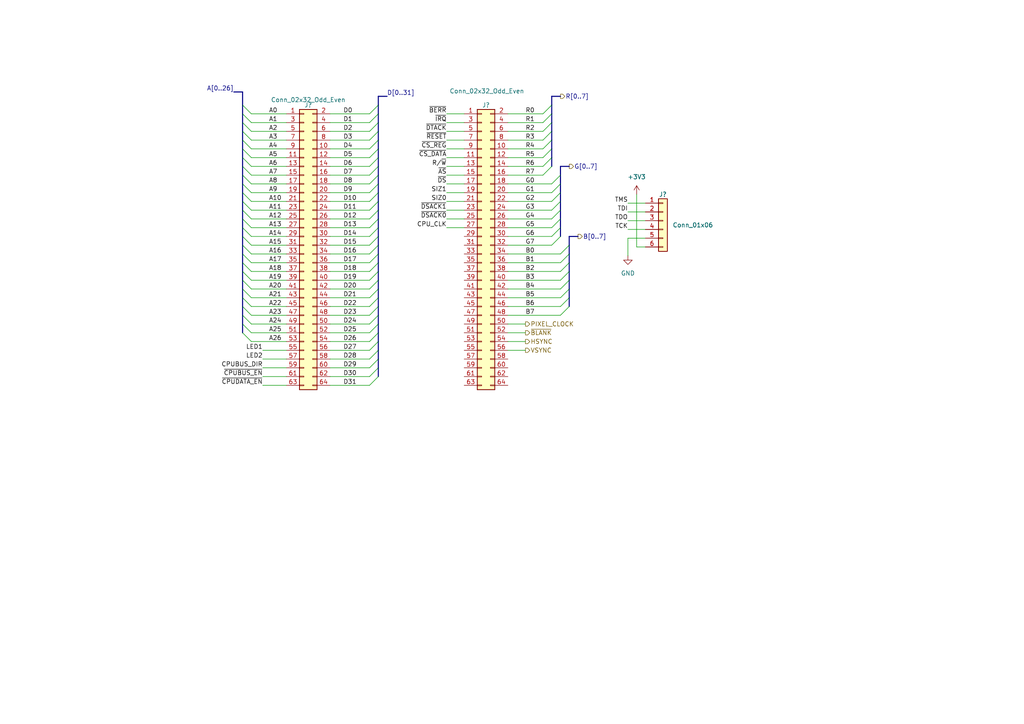
<source format=kicad_sch>
(kicad_sch (version 20211123) (generator eeschema)
  (paper "A4")
  (lib_symbols
    (symbol "Connector_Generic:Conn_01x06" (pin_names (offset 1.016) hide)
      (property "Reference" "J" (at 0 7.62 0))
      (property "Value" "Conn_01x06" (at 0 -10.16 0))
      (symbol "Conn_01x06_1_1"
        (rectangle (start -1.27 -7.493) (end 0 -7.747) (stroke (width 0.1524)))
        (rectangle (start -1.27 -4.953) (end 0 -5.207) (stroke (width 0.1524)))
        (rectangle (start -1.27 -2.413) (end 0 -2.667) (stroke (width 0.1524)))
        (rectangle (start -1.27 0.127) (end 0 -0.127) (stroke (width 0.1524)))
        (rectangle (start -1.27 2.667) (end 0 2.413) (stroke (width 0.1524)))
        (rectangle (start -1.27 5.207) (end 0 4.953) (stroke (width 0.1524)))
        (rectangle (start -1.27 6.35) (end 1.27 -8.89) (stroke (width 0.254)) (fill (type background)))
        (pin passive line (at -5.08 5.08 0) (length 3.81) (name "Pin_1") (number "1"))
        (pin passive line (at -5.08 2.54 0) (length 3.81) (name "Pin_2") (number "2"))
        (pin passive line (at -5.08 0 0) (length 3.81) (name "Pin_3") (number "3"))
        (pin passive line (at -5.08 -2.54 0) (length 3.81) (name "Pin_4") (number "4"))
        (pin passive line (at -5.08 -5.08 0) (length 3.81) (name "Pin_5") (number "5"))
        (pin passive line (at -5.08 -7.62 0) (length 3.81) (name "Pin_6") (number "6"))
      )
    )
    (symbol "Connector_Generic:Conn_02x32_Odd_Even" (pin_names (offset 1.016) hide)
      (property "Reference" "J" (at 1.27 40.64 0))
      (property "Value" "Conn_02x32_Odd_Even" (at 1.27 -43.18 0))
      (symbol "Conn_02x32_Odd_Even_1_1"
        (rectangle (start -1.27 -40.513) (end 0 -40.767) (stroke (width 0.1524)))
        (rectangle (start -1.27 -37.973) (end 0 -38.227) (stroke (width 0.1524)))
        (rectangle (start -1.27 -35.433) (end 0 -35.687) (stroke (width 0.1524)))
        (rectangle (start -1.27 -32.893) (end 0 -33.147) (stroke (width 0.1524)))
        (rectangle (start -1.27 -30.353) (end 0 -30.607) (stroke (width 0.1524)))
        (rectangle (start -1.27 -27.813) (end 0 -28.067) (stroke (width 0.1524)))
        (rectangle (start -1.27 -25.273) (end 0 -25.527) (stroke (width 0.1524)))
        (rectangle (start -1.27 -22.733) (end 0 -22.987) (stroke (width 0.1524)))
        (rectangle (start -1.27 -20.193) (end 0 -20.447) (stroke (width 0.1524)))
        (rectangle (start -1.27 -17.653) (end 0 -17.907) (stroke (width 0.1524)))
        (rectangle (start -1.27 -15.113) (end 0 -15.367) (stroke (width 0.1524)))
        (rectangle (start -1.27 -12.573) (end 0 -12.827) (stroke (width 0.1524)))
        (rectangle (start -1.27 -10.033) (end 0 -10.287) (stroke (width 0.1524)))
        (rectangle (start -1.27 -7.493) (end 0 -7.747) (stroke (width 0.1524)))
        (rectangle (start -1.27 -4.953) (end 0 -5.207) (stroke (width 0.1524)))
        (rectangle (start -1.27 -2.413) (end 0 -2.667) (stroke (width 0.1524)))
        (rectangle (start -1.27 0.127) (end 0 -0.127) (stroke (width 0.1524)))
        (rectangle (start -1.27 2.667) (end 0 2.413) (stroke (width 0.1524)))
        (rectangle (start -1.27 5.207) (end 0 4.953) (stroke (width 0.1524)))
        (rectangle (start -1.27 7.747) (end 0 7.493) (stroke (width 0.1524)))
        (rectangle (start -1.27 10.287) (end 0 10.033) (stroke (width 0.1524)))
        (rectangle (start -1.27 12.827) (end 0 12.573) (stroke (width 0.1524)))
        (rectangle (start -1.27 15.367) (end 0 15.113) (stroke (width 0.1524)))
        (rectangle (start -1.27 17.907) (end 0 17.653) (stroke (width 0.1524)))
        (rectangle (start -1.27 20.447) (end 0 20.193) (stroke (width 0.1524)))
        (rectangle (start -1.27 22.987) (end 0 22.733) (stroke (width 0.1524)))
        (rectangle (start -1.27 25.527) (end 0 25.273) (stroke (width 0.1524)))
        (rectangle (start -1.27 28.067) (end 0 27.813) (stroke (width 0.1524)))
        (rectangle (start -1.27 30.607) (end 0 30.353) (stroke (width 0.1524)))
        (rectangle (start -1.27 33.147) (end 0 32.893) (stroke (width 0.1524)))
        (rectangle (start -1.27 35.687) (end 0 35.433) (stroke (width 0.1524)))
        (rectangle (start -1.27 38.227) (end 0 37.973) (stroke (width 0.1524)))
        (rectangle (start -1.27 39.37) (end 3.81 -41.91) (stroke (width 0.254)) (fill (type background)))
        (rectangle (start 3.81 -40.513) (end 2.54 -40.767) (stroke (width 0.1524)))
        (rectangle (start 3.81 -37.973) (end 2.54 -38.227) (stroke (width 0.1524)))
        (rectangle (start 3.81 -35.433) (end 2.54 -35.687) (stroke (width 0.1524)))
        (rectangle (start 3.81 -32.893) (end 2.54 -33.147) (stroke (width 0.1524)))
        (rectangle (start 3.81 -30.353) (end 2.54 -30.607) (stroke (width 0.1524)))
        (rectangle (start 3.81 -27.813) (end 2.54 -28.067) (stroke (width 0.1524)))
        (rectangle (start 3.81 -25.273) (end 2.54 -25.527) (stroke (width 0.1524)))
        (rectangle (start 3.81 -22.733) (end 2.54 -22.987) (stroke (width 0.1524)))
        (rectangle (start 3.81 -20.193) (end 2.54 -20.447) (stroke (width 0.1524)))
        (rectangle (start 3.81 -17.653) (end 2.54 -17.907) (stroke (width 0.1524)))
        (rectangle (start 3.81 -15.113) (end 2.54 -15.367) (stroke (width 0.1524)))
        (rectangle (start 3.81 -12.573) (end 2.54 -12.827) (stroke (width 0.1524)))
        (rectangle (start 3.81 -10.033) (end 2.54 -10.287) (stroke (width 0.1524)))
        (rectangle (start 3.81 -7.493) (end 2.54 -7.747) (stroke (width 0.1524)))
        (rectangle (start 3.81 -4.953) (end 2.54 -5.207) (stroke (width 0.1524)))
        (rectangle (start 3.81 -2.413) (end 2.54 -2.667) (stroke (width 0.1524)))
        (rectangle (start 3.81 0.127) (end 2.54 -0.127) (stroke (width 0.1524)))
        (rectangle (start 3.81 2.667) (end 2.54 2.413) (stroke (width 0.1524)))
        (rectangle (start 3.81 5.207) (end 2.54 4.953) (stroke (width 0.1524)))
        (rectangle (start 3.81 7.747) (end 2.54 7.493) (stroke (width 0.1524)))
        (rectangle (start 3.81 10.287) (end 2.54 10.033) (stroke (width 0.1524)))
        (rectangle (start 3.81 12.827) (end 2.54 12.573) (stroke (width 0.1524)))
        (rectangle (start 3.81 15.367) (end 2.54 15.113) (stroke (width 0.1524)))
        (rectangle (start 3.81 17.907) (end 2.54 17.653) (stroke (width 0.1524)))
        (rectangle (start 3.81 20.447) (end 2.54 20.193) (stroke (width 0.1524)))
        (rectangle (start 3.81 22.987) (end 2.54 22.733) (stroke (width 0.1524)))
        (rectangle (start 3.81 25.527) (end 2.54 25.273) (stroke (width 0.1524)))
        (rectangle (start 3.81 28.067) (end 2.54 27.813) (stroke (width 0.1524)))
        (rectangle (start 3.81 30.607) (end 2.54 30.353) (stroke (width 0.1524)))
        (rectangle (start 3.81 33.147) (end 2.54 32.893) (stroke (width 0.1524)))
        (rectangle (start 3.81 35.687) (end 2.54 35.433) (stroke (width 0.1524)))
        (rectangle (start 3.81 38.227) (end 2.54 37.973) (stroke (width 0.1524)))
        (pin passive line (at -5.08 38.1 0) (length 3.81) (name "Pin_1") (number "1"))
        (pin passive line (at 7.62 27.94 180) (length 3.81) (name "Pin_10") (number "10"))
        (pin passive line (at -5.08 25.4 0) (length 3.81) (name "Pin_11") (number "11"))
        (pin passive line (at 7.62 25.4 180) (length 3.81) (name "Pin_12") (number "12"))
        (pin passive line (at -5.08 22.86 0) (length 3.81) (name "Pin_13") (number "13"))
        (pin passive line (at 7.62 22.86 180) (length 3.81) (name "Pin_14") (number "14"))
        (pin passive line (at -5.08 20.32 0) (length 3.81) (name "Pin_15") (number "15"))
        (pin passive line (at 7.62 20.32 180) (length 3.81) (name "Pin_16") (number "16"))
        (pin passive line (at -5.08 17.78 0) (length 3.81) (name "Pin_17") (number "17"))
        (pin passive line (at 7.62 17.78 180) (length 3.81) (name "Pin_18") (number "18"))
        (pin passive line (at -5.08 15.24 0) (length 3.81) (name "Pin_19") (number "19"))
        (pin passive line (at 7.62 38.1 180) (length 3.81) (name "Pin_2") (number "2"))
        (pin passive line (at 7.62 15.24 180) (length 3.81) (name "Pin_20") (number "20"))
        (pin passive line (at -5.08 12.7 0) (length 3.81) (name "Pin_21") (number "21"))
        (pin passive line (at 7.62 12.7 180) (length 3.81) (name "Pin_22") (number "22"))
        (pin passive line (at -5.08 10.16 0) (length 3.81) (name "Pin_23") (number "23"))
        (pin passive line (at 7.62 10.16 180) (length 3.81) (name "Pin_24") (number "24"))
        (pin passive line (at -5.08 7.62 0) (length 3.81) (name "Pin_25") (number "25"))
        (pin passive line (at 7.62 7.62 180) (length 3.81) (name "Pin_26") (number "26"))
        (pin passive line (at -5.08 5.08 0) (length 3.81) (name "Pin_27") (number "27"))
        (pin passive line (at 7.62 5.08 180) (length 3.81) (name "Pin_28") (number "28"))
        (pin passive line (at -5.08 2.54 0) (length 3.81) (name "Pin_29") (number "29"))
        (pin passive line (at -5.08 35.56 0) (length 3.81) (name "Pin_3") (number "3"))
        (pin passive line (at 7.62 2.54 180) (length 3.81) (name "Pin_30") (number "30"))
        (pin passive line (at -5.08 0 0) (length 3.81) (name "Pin_31") (number "31"))
        (pin passive line (at 7.62 0 180) (length 3.81) (name "Pin_32") (number "32"))
        (pin passive line (at -5.08 -2.54 0) (length 3.81) (name "Pin_33") (number "33"))
        (pin passive line (at 7.62 -2.54 180) (length 3.81) (name "Pin_34") (number "34"))
        (pin passive line (at -5.08 -5.08 0) (length 3.81) (name "Pin_35") (number "35"))
        (pin passive line (at 7.62 -5.08 180) (length 3.81) (name "Pin_36") (number "36"))
        (pin passive line (at -5.08 -7.62 0) (length 3.81) (name "Pin_37") (number "37"))
        (pin passive line (at 7.62 -7.62 180) (length 3.81) (name "Pin_38") (number "38"))
        (pin passive line (at -5.08 -10.16 0) (length 3.81) (name "Pin_39") (number "39"))
        (pin passive line (at 7.62 35.56 180) (length 3.81) (name "Pin_4") (number "4"))
        (pin passive line (at 7.62 -10.16 180) (length 3.81) (name "Pin_40") (number "40"))
        (pin passive line (at -5.08 -12.7 0) (length 3.81) (name "Pin_41") (number "41"))
        (pin passive line (at 7.62 -12.7 180) (length 3.81) (name "Pin_42") (number "42"))
        (pin passive line (at -5.08 -15.24 0) (length 3.81) (name "Pin_43") (number "43"))
        (pin passive line (at 7.62 -15.24 180) (length 3.81) (name "Pin_44") (number "44"))
        (pin passive line (at -5.08 -17.78 0) (length 3.81) (name "Pin_45") (number "45"))
        (pin passive line (at 7.62 -17.78 180) (length 3.81) (name "Pin_46") (number "46"))
        (pin passive line (at -5.08 -20.32 0) (length 3.81) (name "Pin_47") (number "47"))
        (pin passive line (at 7.62 -20.32 180) (length 3.81) (name "Pin_48") (number "48"))
        (pin passive line (at -5.08 -22.86 0) (length 3.81) (name "Pin_49") (number "49"))
        (pin passive line (at -5.08 33.02 0) (length 3.81) (name "Pin_5") (number "5"))
        (pin passive line (at 7.62 -22.86 180) (length 3.81) (name "Pin_50") (number "50"))
        (pin passive line (at -5.08 -25.4 0) (length 3.81) (name "Pin_51") (number "51"))
        (pin passive line (at 7.62 -25.4 180) (length 3.81) (name "Pin_52") (number "52"))
        (pin passive line (at -5.08 -27.94 0) (length 3.81) (name "Pin_53") (number "53"))
        (pin passive line (at 7.62 -27.94 180) (length 3.81) (name "Pin_54") (number "54"))
        (pin passive line (at -5.08 -30.48 0) (length 3.81) (name "Pin_55") (number "55"))
        (pin passive line (at 7.62 -30.48 180) (length 3.81) (name "Pin_56") (number "56"))
        (pin passive line (at -5.08 -33.02 0) (length 3.81) (name "Pin_57") (number "57"))
        (pin passive line (at 7.62 -33.02 180) (length 3.81) (name "Pin_58") (number "58"))
        (pin passive line (at -5.08 -35.56 0) (length 3.81) (name "Pin_59") (number "59"))
        (pin passive line (at 7.62 33.02 180) (length 3.81) (name "Pin_6") (number "6"))
        (pin passive line (at 7.62 -35.56 180) (length 3.81) (name "Pin_60") (number "60"))
        (pin passive line (at -5.08 -38.1 0) (length 3.81) (name "Pin_61") (number "61"))
        (pin passive line (at 7.62 -38.1 180) (length 3.81) (name "Pin_62") (number "62"))
        (pin passive line (at -5.08 -40.64 0) (length 3.81) (name "Pin_63") (number "63"))
        (pin passive line (at 7.62 -40.64 180) (length 3.81) (name "Pin_64") (number "64"))
        (pin passive line (at -5.08 30.48 0) (length 3.81) (name "Pin_7") (number "7"))
        (pin passive line (at 7.62 30.48 180) (length 3.81) (name "Pin_8") (number "8"))
        (pin passive line (at -5.08 27.94 0) (length 3.81) (name "Pin_9") (number "9"))
      )
    )
    (symbol "power:+3.3V" (power) (pin_names (offset 0))
      (property "Value" "+3.3V" (at 0 3.556 0))
      (symbol "+3.3V_0_1"
        (polyline (pts (xy -0.762 1.27) (xy 0 2.54)))
        (polyline (pts (xy 0 0) (xy 0 2.54)))
        (polyline (pts (xy 0 2.54) (xy 0.762 1.27)))
      )
      (symbol "+3.3V_1_1"
        (pin power_in line (at 0 0 90) (length 0) hide (name "+3V3") (number "1"))
      )
    )
    (symbol "power:GND" (power) (pin_names (offset 0))
      (property "Value" "GND" (at 0 -3.81 0))
      (symbol "GND_0_1"
        (polyline (pts (xy 0 0) (xy 0 -1.27) (xy 1.27 -1.27) (xy 0 -2.54) (xy -1.27 -1.27) (xy 0 -1.27)))
      )
      (symbol "GND_1_1"
        (pin power_in line (at 0 0 270) (length 0) hide (name "GND") (number "1"))
      )
    )
  )
  (bus_entry (at 70.358 86.36) (size 2.54 2.54))
  (bus_entry (at 109.728 63.5) (size -2.54 2.54))
  (bus_entry (at 109.728 71.12) (size -2.54 2.54))
  (bus_entry (at 165.1 83.82) (size -2.54 2.54))
  (bus_entry (at 162.56 58.42) (size -2.54 2.54))
  (bus_entry (at 162.56 68.58) (size -2.54 2.54))
  (bus_entry (at 70.358 91.44) (size 2.54 2.54))
  (bus_entry (at 109.728 45.72) (size -2.54 2.54))
  (bus_entry (at 165.1 88.9) (size -2.54 2.54))
  (bus_entry (at 160.02 48.26) (size -2.54 2.54))
  (bus_entry (at 70.358 73.66) (size 2.54 2.54))
  (bus_entry (at 70.358 53.34) (size 2.54 2.54))
  (bus_entry (at 70.358 63.5) (size 2.54 2.54))
  (bus_entry (at 109.728 93.98) (size -2.54 2.54))
  (bus_entry (at 70.358 60.96) (size 2.54 2.54))
  (bus_entry (at 109.728 66.04) (size -2.54 2.54))
  (bus_entry (at 109.728 43.18) (size -2.54 2.54))
  (bus_entry (at 160.02 45.72) (size -2.54 2.54))
  (bus_entry (at 70.358 48.26) (size 2.54 2.54))
  (bus_entry (at 160.02 38.1) (size -2.54 2.54))
  (bus_entry (at 109.728 40.64) (size -2.54 2.54))
  (bus_entry (at 109.728 99.06) (size -2.54 2.54))
  (bus_entry (at 109.728 48.26) (size -2.54 2.54))
  (bus_entry (at 165.1 78.74) (size -2.54 2.54))
  (bus_entry (at 70.358 40.64) (size 2.54 2.54))
  (bus_entry (at 109.728 55.88) (size -2.54 2.54))
  (bus_entry (at 70.358 81.28) (size 2.54 2.54))
  (bus_entry (at 70.358 50.8) (size 2.54 2.54))
  (bus_entry (at 109.728 78.74) (size -2.54 2.54))
  (bus_entry (at 109.728 86.36) (size -2.54 2.54))
  (bus_entry (at 162.56 50.8) (size -2.54 2.54))
  (bus_entry (at 162.56 66.04) (size -2.54 2.54))
  (bus_entry (at 109.728 35.56) (size -2.54 2.54))
  (bus_entry (at 109.728 101.6) (size -2.54 2.54))
  (bus_entry (at 109.728 58.42) (size -2.54 2.54))
  (bus_entry (at 160.02 40.64) (size -2.54 2.54))
  (bus_entry (at 109.728 50.8) (size -2.54 2.54))
  (bus_entry (at 109.728 68.58) (size -2.54 2.54))
  (bus_entry (at 160.02 43.18) (size -2.54 2.54))
  (bus_entry (at 109.728 96.52) (size -2.54 2.54))
  (bus_entry (at 109.728 38.1) (size -2.54 2.54))
  (bus_entry (at 70.358 30.48) (size 2.54 2.54))
  (bus_entry (at 70.358 71.12) (size 2.54 2.54))
  (bus_entry (at 109.728 73.66) (size -2.54 2.54))
  (bus_entry (at 109.728 109.22) (size -2.54 2.54))
  (bus_entry (at 162.56 63.5) (size -2.54 2.54))
  (bus_entry (at 70.358 68.58) (size 2.54 2.54))
  (bus_entry (at 165.1 71.12) (size -2.54 2.54))
  (bus_entry (at 109.728 53.34) (size -2.54 2.54))
  (bus_entry (at 109.728 104.14) (size -2.54 2.54))
  (bus_entry (at 70.358 66.04) (size 2.54 2.54))
  (bus_entry (at 70.358 43.18) (size 2.54 2.54))
  (bus_entry (at 162.56 60.96) (size -2.54 2.54))
  (bus_entry (at 70.358 96.52) (size 2.54 2.54))
  (bus_entry (at 109.728 76.2) (size -2.54 2.54))
  (bus_entry (at 160.02 30.48) (size -2.54 2.54))
  (bus_entry (at 70.358 33.02) (size 2.54 2.54))
  (bus_entry (at 165.1 81.28) (size -2.54 2.54))
  (bus_entry (at 70.358 88.9) (size 2.54 2.54))
  (bus_entry (at 109.728 81.28) (size -2.54 2.54))
  (bus_entry (at 109.728 60.96) (size -2.54 2.54))
  (bus_entry (at 109.728 33.02) (size -2.54 2.54))
  (bus_entry (at 162.56 55.88) (size -2.54 2.54))
  (bus_entry (at 162.56 53.34) (size -2.54 2.54))
  (bus_entry (at 165.1 76.2) (size -2.54 2.54))
  (bus_entry (at 165.1 86.36) (size -2.54 2.54))
  (bus_entry (at 165.1 73.66) (size -2.54 2.54))
  (bus_entry (at 70.358 93.98) (size 2.54 2.54))
  (bus_entry (at 109.728 91.44) (size -2.54 2.54))
  (bus_entry (at 160.02 35.56) (size -2.54 2.54))
  (bus_entry (at 70.358 83.82) (size 2.54 2.54))
  (bus_entry (at 70.358 38.1) (size 2.54 2.54))
  (bus_entry (at 70.358 78.74) (size 2.54 2.54))
  (bus_entry (at 109.728 88.9) (size -2.54 2.54))
  (bus_entry (at 70.358 55.88) (size 2.54 2.54))
  (bus_entry (at 109.728 106.68) (size -2.54 2.54))
  (bus_entry (at 70.358 45.72) (size 2.54 2.54))
  (bus_entry (at 70.358 58.42) (size 2.54 2.54))
  (bus_entry (at 70.358 35.56) (size 2.54 2.54))
  (bus_entry (at 109.728 30.48) (size -2.54 2.54))
  (bus_entry (at 160.02 33.02) (size -2.54 2.54))
  (bus_entry (at 109.728 83.82) (size -2.54 2.54))
  (bus_entry (at 70.358 76.2) (size 2.54 2.54))
  (wire (pts (xy 72.898 93.98) (xy 83.058 93.98)))
  (wire (pts (xy 72.898 86.36) (xy 83.058 86.36)))
  (bus (pts (xy 160.02 35.56) (xy 160.02 33.02)))
  (wire (pts (xy 147.32 66.04) (xy 160.02 66.04)))
  (wire (pts (xy 182.118 58.928) (xy 187.198 58.928)))
  (bus (pts (xy 162.56 53.34) (xy 162.56 50.8)))
  (wire (pts (xy 95.758 83.82) (xy 107.188 83.82)))
  (bus (pts (xy 109.728 68.58) (xy 109.728 66.04)))
  (wire (pts (xy 147.32 83.82) (xy 162.56 83.82)))
  (wire (pts (xy 129.54 45.72) (xy 134.62 45.72)))
  (bus (pts (xy 109.728 45.72) (xy 109.728 43.18)))
  (wire (pts (xy 129.54 40.64) (xy 134.62 40.64)))
  (wire (pts (xy 72.898 53.34) (xy 83.058 53.34)))
  (bus (pts (xy 70.358 83.82) (xy 70.358 81.28)))
  (wire (pts (xy 147.32 48.26) (xy 157.48 48.26)))
  (wire (pts (xy 147.32 43.18) (xy 157.48 43.18)))
  (bus (pts (xy 165.1 68.58) (xy 167.64 68.58)))
  (bus (pts (xy 70.358 86.36) (xy 70.358 83.82)))
  (bus (pts (xy 109.728 91.44) (xy 109.728 88.9)))
  (bus (pts (xy 70.358 76.2) (xy 70.358 73.66)))
  (bus (pts (xy 70.358 63.5) (xy 70.358 60.96)))
  (wire (pts (xy 72.898 83.82) (xy 83.058 83.82)))
  (bus (pts (xy 70.358 53.34) (xy 70.358 50.8)))
  (wire (pts (xy 129.54 48.26) (xy 134.62 48.26)))
  (bus (pts (xy 165.1 86.36) (xy 165.1 83.82)))
  (bus (pts (xy 70.358 35.56) (xy 70.358 33.02)))
  (wire (pts (xy 182.118 64.008) (xy 187.198 64.008)))
  (wire (pts (xy 147.32 38.1) (xy 157.48 38.1)))
  (wire (pts (xy 95.758 78.74) (xy 107.188 78.74)))
  (wire (pts (xy 95.758 50.8) (xy 107.188 50.8)))
  (wire (pts (xy 95.758 53.34) (xy 107.188 53.34)))
  (wire (pts (xy 182.118 61.468) (xy 187.198 61.468)))
  (bus (pts (xy 70.358 30.48) (xy 70.358 26.67)))
  (bus (pts (xy 109.728 50.8) (xy 109.728 48.26)))
  (wire (pts (xy 76.2 104.14) (xy 83.058 104.14)))
  (bus (pts (xy 67.818 26.67) (xy 70.358 26.67)))
  (wire (pts (xy 147.32 53.34) (xy 160.02 53.34)))
  (wire (pts (xy 72.898 66.04) (xy 83.058 66.04)))
  (wire (pts (xy 147.32 68.58) (xy 160.02 68.58)))
  (bus (pts (xy 70.358 71.12) (xy 70.358 68.58)))
  (wire (pts (xy 72.898 38.1) (xy 83.058 38.1)))
  (wire (pts (xy 95.758 109.22) (xy 107.188 109.22)))
  (bus (pts (xy 109.728 109.22) (xy 109.728 106.68)))
  (wire (pts (xy 95.758 104.14) (xy 107.188 104.14)))
  (wire (pts (xy 72.898 35.56) (xy 83.058 35.56)))
  (wire (pts (xy 147.32 81.28) (xy 162.56 81.28)))
  (bus (pts (xy 109.728 63.5) (xy 109.728 60.96)))
  (wire (pts (xy 76.2 111.76) (xy 83.058 111.76)))
  (bus (pts (xy 109.728 86.36) (xy 109.728 83.82)))
  (wire (pts (xy 95.758 96.52) (xy 107.188 96.52)))
  (wire (pts (xy 95.758 38.1) (xy 107.188 38.1)))
  (wire (pts (xy 76.2 106.68) (xy 83.058 106.68)))
  (wire (pts (xy 72.898 78.74) (xy 83.058 78.74)))
  (bus (pts (xy 109.728 83.82) (xy 109.728 81.28)))
  (bus (pts (xy 109.728 73.66) (xy 109.728 71.12)))
  (wire (pts (xy 147.32 35.56) (xy 157.48 35.56)))
  (wire (pts (xy 95.758 88.9) (xy 107.188 88.9)))
  (bus (pts (xy 162.56 48.26) (xy 165.1 48.26)))
  (bus (pts (xy 70.358 73.66) (xy 70.358 71.12)))
  (bus (pts (xy 165.1 81.28) (xy 165.1 78.74)))
  (bus (pts (xy 165.1 71.12) (xy 165.1 68.58)))
  (wire (pts (xy 129.54 53.34) (xy 134.62 53.34)))
  (wire (pts (xy 95.758 86.36) (xy 107.188 86.36)))
  (wire (pts (xy 147.32 33.02) (xy 157.48 33.02)))
  (bus (pts (xy 70.358 50.8) (xy 70.358 48.26)))
  (wire (pts (xy 147.32 93.98) (xy 152.4 93.98)))
  (wire (pts (xy 147.32 78.74) (xy 162.56 78.74)))
  (bus (pts (xy 70.358 55.88) (xy 70.358 53.34)))
  (bus (pts (xy 109.728 43.18) (xy 109.728 40.64)))
  (wire (pts (xy 129.54 33.02) (xy 134.62 33.02)))
  (wire (pts (xy 95.758 73.66) (xy 107.188 73.66)))
  (bus (pts (xy 70.358 33.02) (xy 70.358 30.48)))
  (bus (pts (xy 109.728 78.74) (xy 109.728 76.2)))
  (bus (pts (xy 162.56 60.96) (xy 162.56 58.42)))
  (wire (pts (xy 95.758 106.68) (xy 107.188 106.68)))
  (bus (pts (xy 109.728 96.52) (xy 109.728 93.98)))
  (bus (pts (xy 109.728 55.88) (xy 109.728 53.34)))
  (wire (pts (xy 72.898 50.8) (xy 83.058 50.8)))
  (wire (pts (xy 72.898 73.66) (xy 83.058 73.66)))
  (wire (pts (xy 95.758 58.42) (xy 107.188 58.42)))
  (bus (pts (xy 70.358 43.18) (xy 70.358 40.64)))
  (bus (pts (xy 70.358 60.96) (xy 70.358 58.42)))
  (wire (pts (xy 129.54 35.56) (xy 134.62 35.56)))
  (wire (pts (xy 147.32 76.2) (xy 162.56 76.2)))
  (wire (pts (xy 147.32 55.88) (xy 160.02 55.88)))
  (bus (pts (xy 165.1 73.66) (xy 165.1 71.12)))
  (bus (pts (xy 109.728 60.96) (xy 109.728 58.42)))
  (wire (pts (xy 95.758 55.88) (xy 107.188 55.88)))
  (wire (pts (xy 72.898 55.88) (xy 83.058 55.88)))
  (bus (pts (xy 109.728 106.68) (xy 109.728 104.14)))
  (bus (pts (xy 109.728 93.98) (xy 109.728 91.44)))
  (wire (pts (xy 76.2 101.6) (xy 83.058 101.6)))
  (wire (pts (xy 147.32 99.06) (xy 152.4 99.06)))
  (bus (pts (xy 70.358 68.58) (xy 70.358 66.04)))
  (wire (pts (xy 129.54 63.5) (xy 134.62 63.5)))
  (wire (pts (xy 95.758 33.02) (xy 107.188 33.02)))
  (bus (pts (xy 109.728 53.34) (xy 109.728 50.8)))
  (bus (pts (xy 109.728 27.94) (xy 112.268 27.94)))
  (wire (pts (xy 72.898 76.2) (xy 83.058 76.2)))
  (wire (pts (xy 95.758 48.26) (xy 107.188 48.26)))
  (wire (pts (xy 187.198 71.628) (xy 184.658 71.628)))
  (bus (pts (xy 165.1 76.2) (xy 165.1 73.66)))
  (wire (pts (xy 147.32 63.5) (xy 160.02 63.5)))
  (wire (pts (xy 72.898 96.52) (xy 83.058 96.52)))
  (wire (pts (xy 72.898 48.26) (xy 83.058 48.26)))
  (wire (pts (xy 129.54 38.1) (xy 134.62 38.1)))
  (bus (pts (xy 109.728 104.14) (xy 109.728 101.6)))
  (wire (pts (xy 95.758 99.06) (xy 107.188 99.06)))
  (wire (pts (xy 72.898 63.5) (xy 83.058 63.5)))
  (wire (pts (xy 147.32 91.44) (xy 162.56 91.44)))
  (wire (pts (xy 129.54 50.8) (xy 134.62 50.8)))
  (bus (pts (xy 70.358 38.1) (xy 70.358 35.56)))
  (wire (pts (xy 95.758 63.5) (xy 107.188 63.5)))
  (wire (pts (xy 129.54 43.18) (xy 134.62 43.18)))
  (wire (pts (xy 95.758 60.96) (xy 107.188 60.96)))
  (bus (pts (xy 165.1 83.82) (xy 165.1 81.28)))
  (bus (pts (xy 109.728 35.56) (xy 109.728 33.02)))
  (wire (pts (xy 72.898 99.06) (xy 83.058 99.06)))
  (wire (pts (xy 72.898 88.9) (xy 83.058 88.9)))
  (wire (pts (xy 129.54 60.96) (xy 134.62 60.96)))
  (wire (pts (xy 147.32 60.96) (xy 160.02 60.96)))
  (wire (pts (xy 72.898 58.42) (xy 83.058 58.42)))
  (bus (pts (xy 109.728 40.64) (xy 109.728 38.1)))
  (wire (pts (xy 72.898 71.12) (xy 83.058 71.12)))
  (bus (pts (xy 162.56 58.42) (xy 162.56 55.88)))
  (wire (pts (xy 147.32 73.66) (xy 162.56 73.66)))
  (wire (pts (xy 182.118 66.548) (xy 187.198 66.548)))
  (bus (pts (xy 70.358 93.98) (xy 70.358 91.44)))
  (bus (pts (xy 109.728 30.48) (xy 109.728 27.94)))
  (bus (pts (xy 109.728 48.26) (xy 109.728 45.72)))
  (wire (pts (xy 95.758 66.04) (xy 107.188 66.04)))
  (bus (pts (xy 70.358 40.64) (xy 70.358 38.1)))
  (wire (pts (xy 72.898 45.72) (xy 83.058 45.72)))
  (wire (pts (xy 95.758 45.72) (xy 107.188 45.72)))
  (bus (pts (xy 162.56 55.88) (xy 162.56 53.34)))
  (wire (pts (xy 182.118 69.088) (xy 182.118 74.168)))
  (bus (pts (xy 109.728 71.12) (xy 109.728 68.58)))
  (bus (pts (xy 109.728 33.02) (xy 109.728 30.48)))
  (wire (pts (xy 95.758 35.56) (xy 107.188 35.56)))
  (wire (pts (xy 187.198 69.088) (xy 182.118 69.088)))
  (wire (pts (xy 76.2 109.22) (xy 83.058 109.22)))
  (wire (pts (xy 147.32 40.64) (xy 157.48 40.64)))
  (bus (pts (xy 109.728 81.28) (xy 109.728 78.74)))
  (wire (pts (xy 72.898 60.96) (xy 83.058 60.96)))
  (wire (pts (xy 147.32 96.52) (xy 152.4 96.52)))
  (bus (pts (xy 160.02 38.1) (xy 160.02 35.56)))
  (wire (pts (xy 95.758 71.12) (xy 107.188 71.12)))
  (wire (pts (xy 72.898 33.02) (xy 83.058 33.02)))
  (wire (pts (xy 95.758 91.44) (xy 107.188 91.44)))
  (wire (pts (xy 72.898 68.58) (xy 83.058 68.58)))
  (wire (pts (xy 147.32 86.36) (xy 162.56 86.36)))
  (bus (pts (xy 160.02 30.48) (xy 160.02 27.94)))
  (bus (pts (xy 70.358 58.42) (xy 70.358 55.88)))
  (wire (pts (xy 95.758 76.2) (xy 107.188 76.2)))
  (wire (pts (xy 129.54 66.04) (xy 134.62 66.04)))
  (bus (pts (xy 160.02 43.18) (xy 160.02 40.64)))
  (wire (pts (xy 72.898 81.28) (xy 83.058 81.28)))
  (bus (pts (xy 109.728 76.2) (xy 109.728 73.66)))
  (wire (pts (xy 72.898 91.44) (xy 83.058 91.44)))
  (wire (pts (xy 147.32 101.6) (xy 152.4 101.6)))
  (bus (pts (xy 109.728 88.9) (xy 109.728 86.36)))
  (wire (pts (xy 95.758 93.98) (xy 107.188 93.98)))
  (bus (pts (xy 70.358 45.72) (xy 70.358 43.18)))
  (bus (pts (xy 162.56 66.04) (xy 162.56 63.5)))
  (bus (pts (xy 70.358 78.74) (xy 70.358 76.2)))
  (bus (pts (xy 160.02 48.26) (xy 160.02 45.72)))
  (bus (pts (xy 109.728 99.06) (xy 109.728 96.52)))
  (wire (pts (xy 184.658 71.628) (xy 184.658 56.388)))
  (wire (pts (xy 95.758 68.58) (xy 107.188 68.58)))
  (wire (pts (xy 129.54 55.88) (xy 134.62 55.88)))
  (wire (pts (xy 95.758 101.6) (xy 107.188 101.6)))
  (wire (pts (xy 129.54 58.42) (xy 134.62 58.42)))
  (bus (pts (xy 70.358 96.52) (xy 70.358 93.98)))
  (bus (pts (xy 70.358 91.44) (xy 70.358 88.9)))
  (bus (pts (xy 162.56 63.5) (xy 162.56 60.96)))
  (bus (pts (xy 160.02 27.94) (xy 162.56 27.94)))
  (wire (pts (xy 147.32 45.72) (xy 157.48 45.72)))
  (bus (pts (xy 165.1 78.74) (xy 165.1 76.2)))
  (bus (pts (xy 70.358 88.9) (xy 70.358 86.36)))
  (bus (pts (xy 70.358 81.28) (xy 70.358 78.74)))
  (bus (pts (xy 162.56 66.04) (xy 162.56 68.58)))
  (bus (pts (xy 160.02 33.02) (xy 160.02 30.48)))
  (bus (pts (xy 165.1 88.9) (xy 165.1 86.36)))
  (wire (pts (xy 147.32 71.12) (xy 160.02 71.12)))
  (wire (pts (xy 72.898 40.64) (xy 83.058 40.64)))
  (wire (pts (xy 147.32 58.42) (xy 160.02 58.42)))
  (bus (pts (xy 162.56 50.8) (xy 162.56 48.26)))
  (bus (pts (xy 109.728 38.1) (xy 109.728 35.56)))
  (wire (pts (xy 95.758 111.76) (xy 107.188 111.76)))
  (bus (pts (xy 160.02 40.64) (xy 160.02 38.1)))
  (bus (pts (xy 109.728 58.42) (xy 109.728 55.88)))
  (wire (pts (xy 95.758 81.28) (xy 107.188 81.28)))
  (wire (pts (xy 147.32 88.9) (xy 162.56 88.9)))
  (wire (pts (xy 72.898 43.18) (xy 83.058 43.18)))
  (bus (pts (xy 109.728 66.04) (xy 109.728 63.5)))
  (wire (pts (xy 95.758 40.64) (xy 107.188 40.64)))
  (wire (pts (xy 95.758 43.18) (xy 107.188 43.18)))
  (bus (pts (xy 70.358 66.04) (xy 70.358 63.5)))
  (bus (pts (xy 109.728 101.6) (xy 109.728 99.06)))
  (bus (pts (xy 70.358 48.26) (xy 70.358 45.72)))
  (wire (pts (xy 147.32 50.8) (xy 157.48 50.8)))
  (bus (pts (xy 160.02 45.72) (xy 160.02 43.18)))
  (label "A13" (at 77.978 66.04 0))
  (label "LED1" (at 76.2 101.6 180))
  (label "D21" (at 99.568 86.36 0))
  (label "A5" (at 77.978 45.72 0))
  (label "~{CS_DATA}" (at 129.54 45.72 180))
  (label "R5" (at 152.4 45.72 0))
  (label "A14" (at 77.978 68.58 0))
  (label "TCK" (at 182.118 66.548 180))
  (label "D3" (at 99.568 40.64 0))
  (label "TDO" (at 182.118 64.008 180))
  (label "A6" (at 77.978 48.26 0))
  (label "D14" (at 99.568 68.58 0))
  (label "B1" (at 152.4 76.2 0))
  (label "A18" (at 77.978 78.74 0))
  (label "D[0..31]" (at 112.268 27.94 0))
  (label "TDI" (at 182.118 61.468 180))
  (label "G2" (at 152.4 58.42 0))
  (label "D4" (at 99.568 43.18 0))
  (label "D20" (at 99.568 83.82 0))
  (label "A21" (at 77.978 86.36 0))
  (label "D8" (at 99.568 53.34 0))
  (label "B5" (at 152.4 86.36 0))
  (label "~{BERR}" (at 129.54 33.02 180))
  (label "~{DTACK}" (at 129.54 38.1 180))
  (label "A10" (at 77.978 58.42 0))
  (label "R3" (at 152.4 40.64 0))
  (label "R6" (at 152.4 48.26 0))
  (label "D22" (at 99.568 88.9 0))
  (label "D1" (at 99.568 35.56 0))
  (label "D11" (at 99.568 60.96 0))
  (label "D10" (at 99.568 58.42 0))
  (label "A8" (at 77.978 53.34 0))
  (label "A12" (at 77.978 63.5 0))
  (label "~{RESET}" (at 129.54 40.64 180))
  (label "D28" (at 99.568 104.14 0))
  (label "D5" (at 99.568 45.72 0))
  (label "D31" (at 99.568 111.76 0))
  (label "D16" (at 99.568 73.66 0))
  (label "B3" (at 152.4 81.28 0))
  (label "~{CS_REG}" (at 129.54 43.18 180))
  (label "D2" (at 99.568 38.1 0))
  (label "D12" (at 99.568 63.5 0))
  (label "~{DSACK1}" (at 129.54 60.96 180))
  (label "B7" (at 152.4 91.44 0))
  (label "D15" (at 99.568 71.12 0))
  (label "D13" (at 99.568 66.04 0))
  (label "~{DS}" (at 129.54 53.34 180))
  (label "A3" (at 77.978 40.64 0))
  (label "A9" (at 77.978 55.88 0))
  (label "CPUBUS_DIR" (at 76.2 106.68 180))
  (label "~{CPUBUS_EN}" (at 76.2 109.22 180))
  (label "G4" (at 152.4 63.5 0))
  (label "D26" (at 99.568 99.06 0))
  (label "G5" (at 152.4 66.04 0))
  (label "D17" (at 99.568 76.2 0))
  (label "~{DSACK0}" (at 129.54 63.5 180))
  (label "R0" (at 152.4 33.02 0))
  (label "TMS" (at 182.118 58.928 180))
  (label "A24" (at 77.978 93.98 0))
  (label "CPU_CLK" (at 129.54 66.04 180))
  (label "B2" (at 152.4 78.74 0))
  (label "A7" (at 77.978 50.8 0))
  (label "A25" (at 77.978 96.52 0))
  (label "~{CPUDATA_EN}" (at 76.2 111.76 180))
  (label "A15" (at 77.978 71.12 0))
  (label "D19" (at 99.568 81.28 0))
  (label "~{IRQ}" (at 129.54 35.56 180))
  (label "R4" (at 152.4 43.18 0))
  (label "A20" (at 77.978 83.82 0))
  (label "D18" (at 99.568 78.74 0))
  (label "~{AS}" (at 129.54 50.8 180))
  (label "D23" (at 99.568 91.44 0))
  (label "D30" (at 99.568 109.22 0))
  (label "A22" (at 77.978 88.9 0))
  (label "R2" (at 152.4 38.1 0))
  (label "B0" (at 152.4 73.66 0))
  (label "D0" (at 99.568 33.02 0))
  (label "LED2" (at 76.2 104.14 180))
  (label "A1" (at 77.978 35.56 0))
  (label "A2" (at 77.978 38.1 0))
  (label "R7" (at 152.4 50.8 0))
  (label "A11" (at 77.978 60.96 0))
  (label "A17" (at 77.978 76.2 0))
  (label "A23" (at 77.978 91.44 0))
  (label "G0" (at 152.4 53.34 0))
  (label "D9" (at 99.568 55.88 0))
  (label "A0" (at 77.978 33.02 0))
  (label "D27" (at 99.568 101.6 0))
  (label "A19" (at 77.978 81.28 0))
  (label "A4" (at 77.978 43.18 0))
  (label "D6" (at 99.568 48.26 0))
  (label "G1" (at 152.4 55.88 0))
  (label "G6" (at 152.4 68.58 0))
  (label "SIZ1" (at 129.54 55.88 180))
  (label "A16" (at 77.978 73.66 0))
  (label "D24" (at 99.568 93.98 0))
  (label "B6" (at 152.4 88.9 0))
  (label "D25" (at 99.568 96.52 0))
  (label "G3" (at 152.4 60.96 0))
  (label "A[0..26]" (at 67.818 26.67 180))
  (label "B4" (at 152.4 83.82 0))
  (label "R1" (at 152.4 35.56 0))
  (label "SIZ0" (at 129.54 58.42 180))
  (label "D7" (at 99.568 50.8 0))
  (label "G7" (at 152.4 71.12 0))
  (label "R{slash}~{W}" (at 129.54 48.26 180))
  (label "D29" (at 99.568 106.68 0))
  (label "A26" (at 77.978 99.06 0))
  (hierarchical_label "R[0..7]" (shape output) (at 162.56 27.94 0))
  (hierarchical_label "B[0..7]" (shape output) (at 167.64 68.58 0))
  (hierarchical_label "VSYNC" (shape output) (at 152.4 101.6 0))
  (hierarchical_label "~{BLANK}" (shape output) (at 152.4 96.52 0))
  (hierarchical_label "PIXEL_CLOCK" (shape output) (at 152.4 93.98 0))
  (hierarchical_label "HSYNC" (shape output) (at 152.4 99.06 0))
  (hierarchical_label "G[0..7]" (shape output) (at 165.1 48.26 0))
  (symbol (lib_id "power:GND") (at 182.118 74.168 0) (unit 1)
    (property "Reference" "#PWR?" (effects hide))
    (property "Value" "GND" (at 182.118 79.248 0))
  )
  (symbol (lib_id "Connector_Generic:Conn_02x32_Odd_Even") (at 139.7 71.12 0) (unit 1)
    (property "Reference" "J?" (at 140.97 30.48 0))
    (property "Value" "Conn_02x32_Odd_Even" (at 141.224 26.416 0))
  )
  (symbol (lib_id "Connector_Generic:Conn_02x32_Odd_Even") (at 88.138 71.12 0) (unit 1)
    (property "Reference" "J?" (at 89.408 30.48 0))
    (property "Value" "Conn_02x32_Odd_Even" (at 89.408 28.956 0))
  )
  (symbol (lib_id "power:+3.3V") (at 184.658 56.388 0) (unit 1)
    (property "Reference" "#PWR?" (effects hide))
    (property "Value" "+3.3V" (at 184.658 51.308 0))
  )
  (symbol (lib_id "Connector_Generic:Conn_01x06") (at 192.278 64.008 0) (unit 1)
    (property "Reference" "J?" (at 192.278 56.388 0))
    (property "Value" "Conn_01x06" (at 195.072 65.2779 0) (effects (justify left)))
  )
)
</source>
